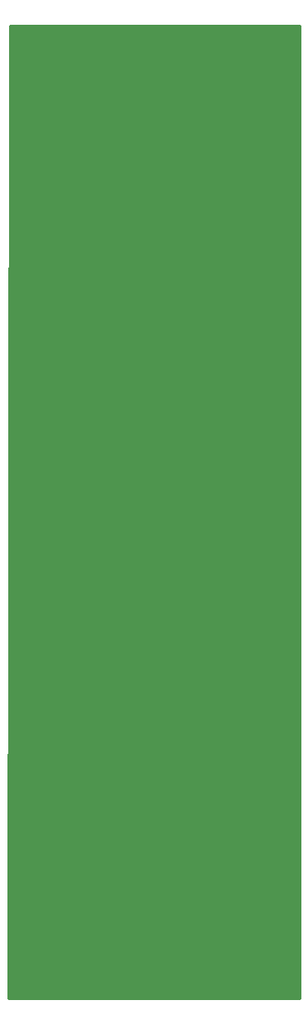
<source format=gm1>
G04 #@! TF.FileFunction,Profile,NP*
%FSLAX46Y46*%
G04 Gerber Fmt 4.6, Leading zero omitted, Abs format (unit mm)*
G04 Created by KiCad (PCBNEW 4.0.4-stable) date 11/09/16 23:44:31*
%MOMM*%
%LPD*%
G01*
G04 APERTURE LIST*
%ADD10C,0.150000*%
%ADD11C,0.100000*%
%ADD12C,0.254000*%
G04 APERTURE END LIST*
D10*
D11*
X23785995Y-96641742D02*
G75*
G03X23785995Y-96641742I-1666666J0D01*
G01*
X19619329Y-96641742D02*
X24619329Y-96641742D01*
X22119329Y-94141742D02*
X22119329Y-99141742D01*
X8366666Y-85300000D02*
G75*
G03X8366666Y-85300000I-1666666J0D01*
G01*
X4200000Y-85300000D02*
X9200000Y-85300000D01*
X6700000Y-82800000D02*
X6700000Y-87800000D01*
X21366666Y-5300000D02*
G75*
G03X21366666Y-5300000I-1666666J0D01*
G01*
X17200000Y-5300000D02*
X22200000Y-5300000D01*
X19700000Y-2800000D02*
X19700000Y-7800000D01*
D12*
G36*
X29873000Y-99873000D02*
X27127Y-99873000D01*
X126873Y-127000D01*
X29873000Y-127000D01*
X29873000Y-99873000D01*
X29873000Y-99873000D01*
G37*
X29873000Y-99873000D02*
X27127Y-99873000D01*
X126873Y-127000D01*
X29873000Y-127000D01*
X29873000Y-99873000D01*
M02*

</source>
